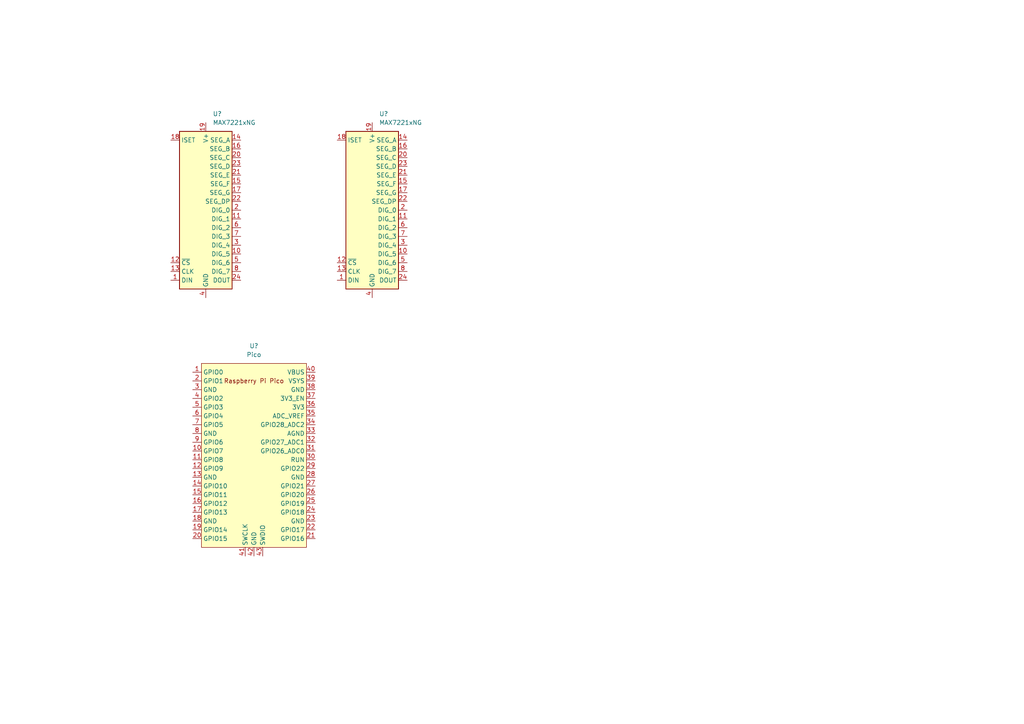
<source format=kicad_sch>
(kicad_sch (version 20211123) (generator eeschema)
  (paper "A4")
  (lib_symbols
    (symbol "Driver_LED:MAX7221xNG"
      (property "Reference" "U" (at -6.35 24.13 0))
      (property "Value" "MAX7221xNG" (at 1.27 25.4 0))
      (symbol "MAX7221xNG_0_1"
        (rectangle (start -7.62 22.86) (end 7.62 -22.86) (stroke (width 0.254)) (fill (type background)))
      )
      (symbol "MAX7221xNG_1_1"
        (pin input line (at -10.16 -20.32 0) (length 2.54) (name "DIN") (number "1"))
        (pin open_collector line (at 10.16 -12.7 180) (length 2.54) (name "DIG_5") (number "10"))
        (pin open_collector line (at 10.16 -2.54 180) (length 2.54) (name "DIG_1") (number "11"))
        (pin input line (at -10.16 -15.24 0) (length 2.54) (name "~{CS}") (number "12"))
        (pin input line (at -10.16 -17.78 0) (length 2.54) (name "CLK") (number "13"))
        (pin open_emitter line (at 10.16 20.32 180) (length 2.54) (name "SEG_A") (number "14"))
        (pin open_emitter line (at 10.16 7.62 180) (length 2.54) (name "SEG_F") (number "15"))
        (pin open_emitter line (at 10.16 17.78 180) (length 2.54) (name "SEG_B") (number "16"))
        (pin open_emitter line (at 10.16 5.08 180) (length 2.54) (name "SEG_G") (number "17"))
        (pin input line (at -10.16 20.32 0) (length 2.54) (name "ISET") (number "18"))
        (pin power_in line (at 0 25.4 270) (length 2.54) (name "V+") (number "19"))
        (pin open_collector line (at 10.16 0 180) (length 2.54) (name "DIG_0") (number "2"))
        (pin open_emitter line (at 10.16 15.24 180) (length 2.54) (name "SEG_C") (number "20"))
        (pin open_emitter line (at 10.16 10.16 180) (length 2.54) (name "SEG_E") (number "21"))
        (pin open_emitter line (at 10.16 2.54 180) (length 2.54) (name "SEG_DP") (number "22"))
        (pin open_emitter line (at 10.16 12.7 180) (length 2.54) (name "SEG_D") (number "23"))
        (pin output line (at 10.16 -20.32 180) (length 2.54) (name "DOUT") (number "24"))
        (pin open_collector line (at 10.16 -10.16 180) (length 2.54) (name "DIG_4") (number "3"))
        (pin power_in line (at 0 -25.4 90) (length 2.54) (name "GND") (number "4"))
        (pin open_collector line (at 10.16 -15.24 180) (length 2.54) (name "DIG_6") (number "5"))
        (pin open_collector line (at 10.16 -5.08 180) (length 2.54) (name "DIG_2") (number "6"))
        (pin open_collector line (at 10.16 -7.62 180) (length 2.54) (name "DIG_3") (number "7"))
        (pin open_collector line (at 10.16 -17.78 180) (length 2.54) (name "DIG_7") (number "8"))
        (pin passive line (at 0 -25.4 90) (length 2.54) hide (name "GND") (number "9"))
      )
    )
    (symbol "MCU_RaspberryPi_and_Boards:Pico"
      (property "Reference" "U" (at -13.97 27.94 0))
      (property "Value" "Pico" (at 0 19.05 0))
      (symbol "Pico_0_0"
        (text "Raspberry Pi Pico" (at 0 21.59 0) (effects (font (size 1.27 1.27))))
      )
      (symbol "Pico_0_1"
        (rectangle (start -15.24 26.67) (end 15.24 -26.67) (fill (type background)))
      )
      (symbol "Pico_1_1"
        (pin bidirectional line (at -17.78 24.13 0) (length 2.54) (name "GPIO0") (number "1"))
        (pin bidirectional line (at -17.78 1.27 0) (length 2.54) (name "GPIO7") (number "10"))
        (pin bidirectional line (at -17.78 -1.27 0) (length 2.54) (name "GPIO8") (number "11"))
        (pin bidirectional line (at -17.78 -3.81 0) (length 2.54) (name "GPIO9") (number "12"))
        (pin power_in line (at -17.78 -6.35 0) (length 2.54) (name "GND") (number "13"))
        (pin bidirectional line (at -17.78 -8.89 0) (length 2.54) (name "GPIO10") (number "14"))
        (pin bidirectional line (at -17.78 -11.43 0) (length 2.54) (name "GPIO11") (number "15"))
        (pin bidirectional line (at -17.78 -13.97 0) (length 2.54) (name "GPIO12") (number "16"))
        (pin bidirectional line (at -17.78 -16.51 0) (length 2.54) (name "GPIO13") (number "17"))
        (pin power_in line (at -17.78 -19.05 0) (length 2.54) (name "GND") (number "18"))
        (pin bidirectional line (at -17.78 -21.59 0) (length 2.54) (name "GPIO14") (number "19"))
        (pin bidirectional line (at -17.78 21.59 0) (length 2.54) (name "GPIO1") (number "2"))
        (pin bidirectional line (at -17.78 -24.13 0) (length 2.54) (name "GPIO15") (number "20"))
        (pin bidirectional line (at 17.78 -24.13 180) (length 2.54) (name "GPIO16") (number "21"))
        (pin bidirectional line (at 17.78 -21.59 180) (length 2.54) (name "GPIO17") (number "22"))
        (pin power_in line (at 17.78 -19.05 180) (length 2.54) (name "GND") (number "23"))
        (pin bidirectional line (at 17.78 -16.51 180) (length 2.54) (name "GPIO18") (number "24"))
        (pin bidirectional line (at 17.78 -13.97 180) (length 2.54) (name "GPIO19") (number "25"))
        (pin bidirectional line (at 17.78 -11.43 180) (length 2.54) (name "GPIO20") (number "26"))
        (pin bidirectional line (at 17.78 -8.89 180) (length 2.54) (name "GPIO21") (number "27"))
        (pin power_in line (at 17.78 -6.35 180) (length 2.54) (name "GND") (number "28"))
        (pin bidirectional line (at 17.78 -3.81 180) (length 2.54) (name "GPIO22") (number "29"))
        (pin power_in line (at -17.78 19.05 0) (length 2.54) (name "GND") (number "3"))
        (pin input line (at 17.78 -1.27 180) (length 2.54) (name "RUN") (number "30"))
        (pin bidirectional line (at 17.78 1.27 180) (length 2.54) (name "GPIO26_ADC0") (number "31"))
        (pin bidirectional line (at 17.78 3.81 180) (length 2.54) (name "GPIO27_ADC1") (number "32"))
        (pin power_in line (at 17.78 6.35 180) (length 2.54) (name "AGND") (number "33"))
        (pin bidirectional line (at 17.78 8.89 180) (length 2.54) (name "GPIO28_ADC2") (number "34"))
        (pin power_in line (at 17.78 11.43 180) (length 2.54) (name "ADC_VREF") (number "35"))
        (pin power_in line (at 17.78 13.97 180) (length 2.54) (name "3V3") (number "36"))
        (pin input line (at 17.78 16.51 180) (length 2.54) (name "3V3_EN") (number "37"))
        (pin bidirectional line (at 17.78 19.05 180) (length 2.54) (name "GND") (number "38"))
        (pin power_in line (at 17.78 21.59 180) (length 2.54) (name "VSYS") (number "39"))
        (pin bidirectional line (at -17.78 16.51 0) (length 2.54) (name "GPIO2") (number "4"))
        (pin power_in line (at 17.78 24.13 180) (length 2.54) (name "VBUS") (number "40"))
        (pin input line (at -2.54 -29.21 90) (length 2.54) (name "SWCLK") (number "41"))
        (pin power_in line (at 0 -29.21 90) (length 2.54) (name "GND") (number "42"))
        (pin bidirectional line (at 2.54 -29.21 90) (length 2.54) (name "SWDIO") (number "43"))
        (pin bidirectional line (at -17.78 13.97 0) (length 2.54) (name "GPIO3") (number "5"))
        (pin bidirectional line (at -17.78 11.43 0) (length 2.54) (name "GPIO4") (number "6"))
        (pin bidirectional line (at -17.78 8.89 0) (length 2.54) (name "GPIO5") (number "7"))
        (pin power_in line (at -17.78 6.35 0) (length 2.54) (name "GND") (number "8"))
        (pin bidirectional line (at -17.78 3.81 0) (length 2.54) (name "GPIO6") (number "9"))
      )
    )
  )
  (symbol (lib_id "MCU_RaspberryPi_and_Boards:Pico") (at 73.66 132.08 0) (unit 1)
    (property "Reference" "U?" (at 73.66 100.33 0))
    (property "Value" "Pico" (at 73.66 102.87 0))
    (property "Footprint" "RPi_Pico:RPi_Pico_SMD_TH" (effects hide))
  )
  (symbol (lib_id "Driver_LED:MAX7221xNG") (at 59.69 60.96 0) (unit 1)
    (property "Reference" "U?" (at 61.7094 33.02 0) (effects (justify left)))
    (property "Value" "MAX7221xNG" (at 61.7094 35.56 0) (effects (justify left)))
    (property "Footprint" "Package_DIP:DIP-24_W7.62mm" (effects hide))
    (property "Datasheet" "https://datasheets.maximintegrated.com/en/ds/MAX7219-MAX7221.pdf" (effects hide))
  )
  (symbol (lib_id "Driver_LED:MAX7221xNG") (at 107.95 60.96 0) (unit 1)
    (property "Reference" "U?" (at 109.9694 33.02 0) (effects (justify left)))
    (property "Value" "MAX7221xNG" (at 109.9694 35.56 0) (effects (justify left)))
    (property "Footprint" "Package_DIP:DIP-24_W7.62mm" (effects hide))
    (property "Datasheet" "https://datasheets.maximintegrated.com/en/ds/MAX7219-MAX7221.pdf" (effects hide))
  )
  (sheet (at -259.08 90.17) (size 223.52 111.76) (stroke (width 0.1524))
    (property "Sheet name" "Display" (at -259.08 89.4584 0) (effects (justify left bottom)))
    (property "Sheet file" "display.kicad_sch" (at -259.08 202.5146 0) (effects (justify left top)))
  )
)
</source>
